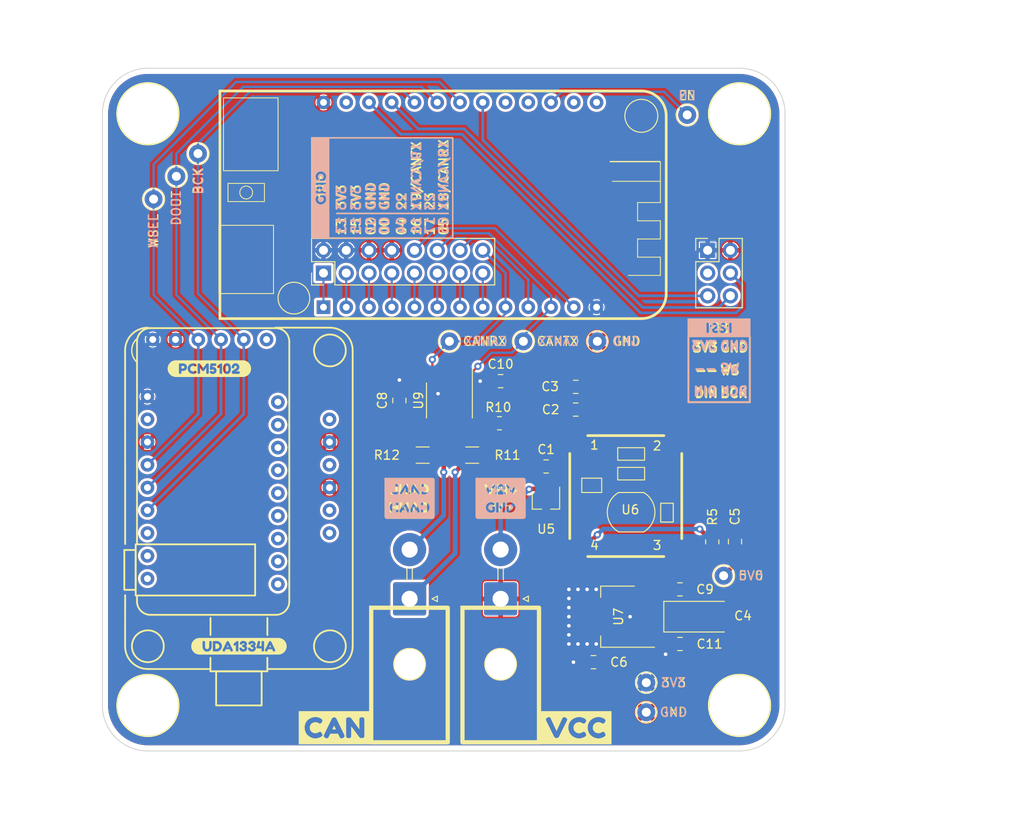
<source format=kicad_pcb>
(kicad_pcb (version 20211014) (generator pcbnew)
  (title_block (title "SAAB 93NG BLUETOOTH AUX") (date "2022-08-10") (rev "2") (company "Leigh Oliver"))
  (layers (0 "F.Cu" signal) (31 "B.Cu" signal) (34 "B.Paste" user) (35 "F.Paste" user) (36 "B.SilkS" user "B.Silkscreen") (37 "F.SilkS" user "F.Silkscreen") (38 "B.Mask" user) (39 "F.Mask" user) (44 "Edge.Cuts" user))
  (net 0 "")
  (net 1 "+3V3")
  (net 2 "GND")
  (net 3 "+5V")
  (net 4 "CAN_H")
  (net 5 "CAN_L")
  (net 6 "CAN_TX")
  (net 7 "CAN_RX")
  (net 8 "Net-(R5-Pad2)")
  (net 21 "+12V")
  (net 30 "I2S1_WSEL")
  (net 31 "I2S1_DIN")
  (net 32 "I2S1_BCK")
  (net 33 "I2S0_WSEL")
  (net 34 "I2S0_DOUT")
  (net 35 "I2S0_BCK")
  (net 36 "Net-(R10-Pad1)")
  (net 42 "/ESP32/EN")
  (net 43 "/ESP32/GPIO13")
  (net 44 "/ESP32/GPIO15")
  (net 45 "/ESP32/GPIO02")
  (net 46 "/ESP32/GPIO00")
  (net 47 "/ESP32/GPIO04")
  (net 48 "/ESP32/GPIO16")
  (net 49 "/ESP32/GPIO17")
  (net 50 "/ESP32/GPIO05")
  (net 51 "/ESP32/GPIO23")
  (net 52 "/ESP32/GPIO22")
  (footprint "Capacitor_SMD:C_0805_2012Metric" (layer "F.Cu") (at 211.074 161.163002 90)
    (fp_text reference "C5")
    (fp_text value "10uF")
  )
  (footprint "TestPoint:TestPoint_THTPad_D2.0mm_Drill1.0mm" (layer "F.Cu") (at 201.168 176.911002 180)
    (fp_text reference "TP9" hide)
    (fp_text value "3V3")
  )
  (footprint "TestPoint:TestPoint_THTPad_D2.0mm_Drill1.0mm" (layer "F.Cu") (at 201.168 180.213002)
    (fp_text reference "TP11" hide)
    (fp_text value "GND")
  )
  (footprint "Resistor_SMD:R_0805_2012Metric" (layer "F.Cu") (at 208.534 161.196002 90)
    (fp_text reference "R5")
    (fp_text value "10K")
  )
  (footprint "Resistor_SMD:R_0805_2012Metric" (layer "F.Cu") (at 184.785 147.955002)
    (fp_text reference "R10")
    (fp_text value "100K")
  )
  (footprint "Capacitor_SMD:C_0805_2012Metric" (layer "F.Cu") (at 184.912 143.256002)
    (fp_text reference "C10")
    (fp_text value "0.1uF")
  )
  (footprint "kibuzzard-62F392E4" (layer "F.Cu") (at 152.4 141.859002)
    (fp_text reference "kibuzzard-62F392E4" hide)
    (fp_text value "G***" hide)
  )
  (footprint "kicadlibrary:MountingHole_3.2mm_M3_BARE" (layer "F.Cu") (at 211.582 179.451002)
    (fp_text reference "H1")
    (fp_text value "MountingHole")
  )
  (footprint "kibuzzard-62F3934B" (layer "F.Cu") (at 155.702 172.847002)
    (fp_text reference "kibuzzard-62F3934B" hide)
    (fp_text value "G***" hide)
  )
  (footprint "kicadlibrary:VXO7805-500-M-TR" (layer "F.Cu") (at 198.882 156.083002)
    (fp_text reference "U6")
    (fp_text value "VXO7805-500-M-TR" hide)
  )
  (footprint "kicadlibrary:UDA1334_AudioBreakout" (layer "F.Cu") (at 168.3512 137.356602 -90)
    (fp_text reference "U4" hide)
    (fp_text value "UDA1334A")
  )
  (footprint "kicadlibrary:MountingHole_3.2mm_M3_BARE" (layer "F.Cu") (at 145.542 179.451002)
    (fp_text reference "H4")
    (fp_text value "MountingHole")
  )
  (footprint "TestPoint:TestPoint_THTPad_D2.0mm_Drill1.0mm" (layer "F.Cu") (at 151.13 117.856002 -90)
    (fp_text reference "TP6" hide)
    (fp_text value "BCK")
  )
  (footprint "TestPoint:TestPoint_THTPad_D2.0mm_Drill1.0mm" (layer "F.Cu") (at 195.707 138.811002 -90)
    (fp_text reference "TP10" hide)
    (fp_text value "GND")
  )
  (footprint "TestPoint:TestPoint_THTPad_D2.0mm_Drill1.0mm" (layer "F.Cu") (at 146.177 122.936002 -90)
    (fp_text reference "TP3" hide)
    (fp_text value "WSEL")
  )
  (footprint "Capacitor_Tantalum_SMD:CP_EIA-6032-20_AVX-F" (layer "F.Cu") (at 206.887504 169.545002)
    (fp_text reference "C4")
    (fp_text value "10uF")
  )
  (footprint "kibuzzard-632C4329" (layer "F.Cu") (at 184.912 157.353002)
    (fp_text reference "kibuzzard-632C4329" hide)
    (fp_text value "G***" hide)
  )
  (footprint "TestPoint:TestPoint_THTPad_D2.0mm_Drill1.0mm" (layer "F.Cu") (at 187.452 138.811002)
    (fp_text reference "TP4" hide)
    (fp_text value "CANTX")
  )
  (footprint "kibuzzard-632C431C" (layer "F.Cu") (at 174.752 155.321002)
    (fp_text reference "kibuzzard-632C431C" hide)
    (fp_text value "G***" hide)
  )
  (footprint "kibuzzard-632C4321" (layer "F.Cu") (at 174.752 157.353002)
    (fp_text reference "kibuzzard-632C4321" hide)
    (fp_text value "G***" hide)
  )
  (footprint "kibuzzard-632C5EB0" (layer "F.Cu") (at 193.294 181.940202)
    (fp_text reference "kibuzzard-632C5EB0" hide)
    (fp_text value "G***" hide)
  )
  (footprint "TestPoint:TestPoint_THTPad_D2.0mm_Drill1.0mm" (layer "F.Cu") (at 209.804 164.973002 180)
    (fp_text reference "TP8" hide)
    (fp_text value "5V0")
  )
  (footprint "Resistor_SMD:R_1206_3216Metric" (layer "F.Cu") (at 176.2105 151.511002 180)
    (fp_text reference "R12")
    (fp_text value "0R")
  )
  (footprint "kibuzzard-632C7032" (layer "F.Cu") (at 164.846 121.691402 90)
    (fp_text reference "kibuzzard-632C7032" hide)
    (fp_text value "G***" hide)
  )
  (footprint "kicadlibrary:MountingHole_3.2mm_M3_BARE" (layer "F.Cu") (at 145.542 113.411002)
    (fp_text reference "H3")
    (fp_text value "MountingHole")
  )
  (footprint "Capacitor_SMD:C_0805_2012Metric" (layer "F.Cu") (at 173.609 145.415002 -90)
    (fp_text reference "C8")
    (fp_text value "0.1uF")
  )
  (footprint "TestPoint:TestPoint_THTPad_D2.0mm_Drill1.0mm" (layer "F.Cu") (at 148.717 120.396002 -90)
    (fp_text reference "TP5" hide)
    (fp_text value "DOUT")
  )
  (footprint "Capacitor_SMD:C_0805_2012Metric" (layer "F.Cu") (at 193.294 143.891002 180)
    (fp_text reference "C3")
    (fp_text value "2.2uF")
  )
  (footprint "Package_SO:SOIC-8_3.9x4.9mm_P1.27mm" (layer "F.Cu") (at 179.197 145.415002 -90)
    (fp_text reference "U9")
    (fp_text value "SN65HVD230")
  )
  (footprint "Capacitor_SMD:C_0805_2012Metric" (layer "F.Cu") (at 189.992 152.781002 180)
    (fp_text reference "C1")
    (fp_text value "2.2uF")
  )
  (footprint "TestPoint:TestPoint_THTPad_D2.0mm_Drill1.0mm" (layer "F.Cu") (at 205.74 113.538002)
    (fp_text reference "TP2" hide)
    (fp_text value "EN")
  )
  (footprint "kibuzzard-632C5EA9" (layer "F.Cu") (at 166.37 181.940202)
    (fp_text reference "kibuzzard-632C5EA9" hide)
    (fp_text value "G***" hide)
  )
  (footprint "kicadlibrary:Molex_Mega-Fit_76825-0002_2x01_P5.70mm_Horizontal" (layer "F.Cu") (at 184.912 167.556002 180)
    (fp_text reference "J4" hide)
    (fp_text value "Conn_VCC")
  )
  (footprint "Capacitor_SMD:C_0805_2012Metric" (layer "F.Cu") (at 204.933004 172.593002)
    (fp_text reference "C11")
    (fp_text value "10uF")
  )
  (footprint "kicadlibrary:PCM5102_Breakout" (layer "F.Cu") (at 161.3227 137.338601 -90)
    (fp_text reference "U3" hide)
    (fp_text value "PCM5102_Breakout")
  )
  (footprint "kibuzzard-632C4325" (layer "F.Cu") (at 184.912 155.321002)
    (fp_text reference "kibuzzard-632C4325" hide)
    (fp_text value "G***" hide)
  )
  (footprint "kibuzzard-632C5E36" (layer "F.Cu") (at 209.296 137.299702)
    (fp_text reference "kibuzzard-632C5E36" hide)
    (fp_text value "G***" hide)
  )
  (footprint "TestPoint:TestPoint_THTPad_D2.0mm_Drill1.0mm" (layer "F.Cu") (at 179.197 138.811002)
    (fp_text reference "TP1" hide)
    (fp_text value "CANRX")
  )
  (footprint "kicadlibrary:MountingHole_3.2mm_M3_BARE" (layer "F.Cu") (at 211.582 113.411002)
    (fp_text reference "H2")
    (fp_text value "MountingHole")
  )
  (footprint "kicadlibrary:WEMOS_LoLin32_Lite" (layer "F.Cu") (at 165.1399 135.001002 -90)
    (fp_text reference "U2" hide)
    (fp_text value "WeMos_LoLin32_Lite")
  )
  (footprint "Capacitor_SMD:C_0805_2012Metric" (layer "F.Cu") (at 195.281004 174.625002)
    (fp_text reference "C6")
    (fp_text value "0.1uF")
  )
  (footprint "Package_TO_SOT_SMD:SOT-223-3_TabPin2" (layer "F.Cu") (at 197.993004 169.545002 180)
    (fp_text reference "U7")
    (fp_text value "NCP1117LPST33T3G")
  )
  (footprint "Connector_PinHeader_2.54mm:PinHeader_2x03_P2.54mm_Vertical" (layer "F.Cu") (at 208.021 128.651002)
    (fp_text reference "J2" hide)
    (fp_text value "I2S_MIC")
  )
  (footprint "Package_TO_SOT_SMD:TSOT-23" (layer "F.Cu") (at 189.992 156.591002 -90)
    (fp_text reference "U5")
    (fp_text value "SZMMBZ15VALT3G")
  )
  (footprint "Capacitor_SMD:C_0805_2012Metric" (layer "F.Cu") (at 193.294 146.431002 180)
    (fp_text reference "C2")
    (fp_text value "2.2uF")
  )
  (footprint "Resistor_SMD:R_1206_3216Metric" (layer "F.Cu") (at 181.737 151.511002)
    (fp_text reference "R11")
    (fp_text value "4.7K")
  )
  (footprint "Capacitor_SMD:C_0805_2012Metric" (layer "F.Cu") (at 204.933004 166.497002)
    (fp_text reference "C9")
    (fp_text value "10uF")
  )
  (footprint "Connector_PinHeader_2.54mm:PinHeader_2x08_P2.54mm_Vertical" (layer "F.Cu") (at 165.1399 131.191002 90)
    (fp_text reference "J1" hide)
    (fp_text value "Conn_02x08")
  )
  (footprint "kicadlibrary:Molex_Mega-Fit_76825-0002_2x01_P5.70mm_Horizontal" (layer "F.Cu") (at 174.752 167.556002 180)
    (fp_text reference "J5" hide)
    (fp_text value "Conn_CAN_IBUS")
  )
  (footprint "kibuzzard-632C4321" (layer "B.Cu") (at 174.752 157.353002 180)
    (fp_text reference "kibuzzard-632C4321" hide)
    (fp_text value "G***" hide)
  )
  (footprint "kibuzzard-632C431C" (layer "B.Cu") (at 174.752 155.321002 180)
    (fp_text reference "kibuzzard-632C431C" hide)
    (fp_text value "G***" hide)
  )
  (footprint "kibuzzard-632C4329" (layer "B.Cu") (at 184.912 157.353002 180)
    (fp_text reference "kibuzzard-632C4329" hide)
    (fp_text value "G***" hide)
  )
  (footprint "kibuzzard-632C7032" (layer "B.Cu") (at 164.846 121.691402 -90)
    (fp_text reference "kibuzzard-632C7032" hide)
    (fp_text value "G***" hide)
  )
  (footprint "kibuzzard-632C4325" (layer "B.Cu") (at 184.912 155.321002 180)
    (fp_text reference "kibuzzard-632C4325" hide)
    (fp_text value "G***" hide)
  )
  (footprint "kibuzzard-632C5E36" (layer "B.Cu") (at 209.296 137.299702 180)
    (fp_text reference "kibuzzard-632C5E36" hide)
    (fp_text value "G***" hide)
  )
  (gr_line (start 212.725 136.334502) (end 212.725 138.239502) (layer "B.SilkS") (width 0.15))
  (gr_line (start 187.198 154.559002) (end 187.198 158.115002) (layer "B.SilkS") (width 0.3))
  (gr_line (start 182.372 156.337002) (end 187.452 156.337002) (layer "B.SilkS") (width 0.3))
  (gr_line (start 182.753 154.559002) (end 182.753 158.115002) (layer "B.SilkS") (width 0.3))
  (gr_rect (start 172.212 158.369002) (end 177.292 154.305002) (layer "B.SilkS") (width 0.5) (fill none))
  (gr_rect (start 182.372 158.369002) (end 187.452 154.305002) (layer "B.SilkS") (width 0.5) (fill none))
  (gr_line (start 205.867 138.239502) (end 205.867 136.334502) (layer "B.SilkS") (width 0.15))
  (gr_line (start 172.212 156.337002) (end 177.292 156.337002) (layer "B.SilkS") (width 0.3))
  (gr_line (start 205.867 136.334502) (end 212.725 136.334502) (layer "B.SilkS") (width 0.15))
  (gr_rect (start 179.578 127.279402) (end 163.83 116.103402) (layer "B.SilkS") (width 0.15) (fill none))
  (gr_rect (start 205.867 145.605502) (end 212.725 138.239502) (layer "B.SilkS") (width 0.2) (fill none))
  (gr_line (start 179.07 124.536202) (end 166.624 124.536202) (layer "B.SilkS") (width 0.15))
  (gr_arc (start 168.397 172.847002) (mid 167.653051 174.643053) (end 165.857 175.387002) (layer "F.SilkS") (width 0.2))
  (gr_line (start 182.372 156.337002) (end 187.452 156.337002) (layer "F.SilkS") (width 0.3))
  (gr_circle (center 145.537 172.847002) (end 143.759 172.847002) (layer "F.SilkS") (width 0.2) (fill none))
  (gr_line (start 205.867 138.239502) (end 205.867 136.334502) (layer "F.SilkS") (width 0.15))
  (gr_line (start 158.872 171.594003) (end 158.877 169.689003) (layer "F.SilkS") (width 0.2))
  (gr_line (start 205.867 136.334502) (end 212.725 136.334502) (layer "F.SilkS") (width 0.15))
  (gr_line (start 165.857 175.387002) (end 158.872 175.387002) (layer "F.SilkS") (width 0.2))
  (gr_circle (center 165.857 172.847002) (end 164.079 172.847002) (layer "F.SilkS") (width 0.2) (fill none))
  (gr_circle (center 165.857 139.827002) (end 164.079 139.827002) (layer "F.SilkS") (width 0.2) (fill none))
  (gr_line (start 152.527 171.594003) (end 152.527 169.689003) (layer "F.SilkS") (width 0.2))
  (gr_line (start 152.522 175.641002) (end 152.522 174.134003) (layer "F.SilkS") (width 0.2))
  (gr_rect (start 205.867 138.239502) (end 212.725 145.605502) (layer "F.SilkS") (width 0.2) (fill none))
  (gr_rect (start 172.212 154.305002) (end 177.292 158.369002) (layer "F.SilkS") (width 0.5) (fill none))
  (gr_line (start 182.626 158.115002) (end 182.626 154.559002) (layer "F.SilkS") (width 0.3))
  (gr_line (start 158.872 175.641002) (end 158.872 174.134003) (layer "F.SilkS") (width 0.2))
  (gr_line (start 143.002 158.640003) (end 143.002 161.434003) (layer "F.SilkS") (width 0.2))
  (gr_line (start 168.397 139.827002) (end 168.402 156.100003) (layer "F.SilkS") (width 0.2))
  (gr_line (start 168.402 156.100003) (end 168.402 172.847002) (layer "F.SilkS") (width 0.2))
  (gr_rect (start 163.83 127.279402) (end 179.578 116.103402) (layer "F.SilkS") (width 0.15) (fill none))
  (gr_line (start 187.071 158.115002) (end 187.071 154.559002) (layer "F.SilkS") (width 0.3))
  (gr_arc (start 165.857 137.287002) (mid 167.653051 138.030951) (end 168.397 139.827002) (layer "F.SilkS") (width 0.2))
  (gr_arc (start 144.267 141.097002) (mid 143.742117 139.827002) (end 144.267 138.557002) (layer "F.SilkS") (width 0.15))
  (gr_arc (start 142.997 139.827002) (mid 143.740948 138.03095) (end 145.537 137.287002) (layer "F.SilkS") (width 0.2))
  (gr_line (start 212.725 136.334502) (end 212.725 138.239502) (layer "F.SilkS") (width 0.15))
  (gr_arc (start 145.537 175.387002) (mid 143.740948 174.643054) (end 142.997 172.847002) (layer "F.SilkS") (width 0.2))
  (gr_line (start 172.212 156.337002) (end 177.292 156.337002) (layer "F.SilkS") (width 0.3))
  (gr_rect (start 182.372 154.305002) (end 187.452 158.369002) (layer "F.SilkS") (width 0.5) (fill none))
  (gr_rect (start 158.237 179.451002) (end 153.157 175.641002) (layer "F.SilkS") (width 0.2) (fill none))
  (gr_rect (start 180.654 183.566002) (end 189.197 168.546002) (layer "F.SilkS") (width 0.475) (fill none))
  (gr_line (start 145.537 175.387002) (end 152.522 175.387002) (layer "F.SilkS") (width 0.2))
  (gr_line (start 158.872 175.641002) (end 152.522 175.641002) (layer "F.SilkS") (width 0.2))
  (gr_line (start 142.997 139.827002) (end 143.002 158.640003) (layer "F.SilkS") (width 0.2))
  (gr_line (start 165.857 137.287002) (end 159.785 137.287002) (layer "F.SilkS") (width 0.2))
  (gr_rect (start 170.467 183.566002) (end 179.01 168.546002) (layer "F.SilkS") (width 0.475) (fill none))
  (gr_line (start 142.997 172.847002) (end 143.002 167.149003) (layer "F.SilkS") (width 0.2))
  (gr_line (start 166.624 124.536202) (end 179.07 124.536202) (layer "F.SilkS") (width 0.15))
  (gr_arc (start 140.462 113.411002) (mid 141.949898 109.8189) (end 145.542 108.331002) (layer "Edge.Cuts") (width 0.1))
  (gr_line (start 211.582 184.531002) (end 145.542 184.531002) (layer "Edge.Cuts") (width 0.1))
  (gr_line (start 216.662 113.411002) (end 216.662 179.451002) (layer "Edge.Cuts") (width 0.1))
  (gr_arc (start 211.582 108.331002) (mid 215.174102 109.8189) (end 216.662 113.411002) (layer "Edge.Cuts") (width 0.1))
  (gr_line (start 140.462 179.451002) (end 140.462 113.411002) (layer "Edge.Cuts") (width 0.1))
  (gr_line (start 145.542 108.331002) (end 211.582 108.331002) (layer "Edge.Cuts") (width 0.1))
  (gr_arc (start 145.542 184.531002) (mid 141.949898 183.043104) (end 140.462 179.451002) (layer "Edge.Cuts") (width 0.1))
  (gr_arc (start 216.662 179.451002) (mid 215.174102 183.043104) (end 211.582 184.531002) (layer "Edge.Cuts") (width 0.1))
  (gr_text "3V3" (at 209.169 139.319002) (layer "B.SilkS") (effects (font (size 1 1) (thickness 0.25)) (justify left mirror)))
  (gr_text "13" (at 167.132 125.857002 90) (layer "B.SilkS") (effects (font (size 1 1) (thickness 0.2)) (justify mirror)))
  (gr_text "CANRX" (at 183.261 138.811002) (layer "B.SilkS") (effects (font (size 1 1)) (justify mirror)))
  (gr_text "5V0" (at 212.852 164.973002) (layer "B.SilkS") (effects (font (size 1 1)) (justify mirror)))
  (gr_text "3V3" (at 204.216 176.911002) (layer "B.SilkS") (effects (font (size 1 1)) (justify mirror)))
  (gr_text "3V3" (at 168.783 124.333002 90) (layer "B.SilkS") (effects (font (size 1 1) (thickness 0.2)) (justify right mirror)))
  (gr_text "BCK" (at 209.296 144.399002) (layer "B.SilkS") (effects (font (size 1 1) (thickness 0.25)) (justify right mirror)))
  (gr_text "3V3" (at 167.132 124.333002 90) (layer "B.SilkS") (effects (font (size 1 1) (thickness 0.2)) (justify right mirror)))
  (gr_text "18/CANRX" (at 178.562 124.333002 90) (layer "B.SilkS") (effects (font (size 1 1) (thickness 0.2)) (justify right mirror)))
  (gr_text "17" (at 177.038 125.857002 90) (layer "B.SilkS") (effects (font (size 1 1) (thickness 0.2)) (justify mirror)))
  (gr_text "--" (at 209.169 141.859002) (layer "B.SilkS") (effects (font (size 1 1) (thickness 0.25)) (justify left mirror)))
  (gr_text "GND" (at 171.958 124.333002 90) (layer "B.SilkS") (effects (font (size 1 1) (thickness 0.2)) (justify right mirror)))
  (gr_text "GND" (at 209.296 139.319002) (layer "B.SilkS") (effects (font (size 1 1) (thickness 0.25)) (justify right mirror)))
  (gr_text "GND" (at 204.216 180.213002) (layer "B.SilkS") (effects (font (size 1 1)) (justify mirror)))
  (gr_text "00" (at 171.958 125.857002 90) (layer "B.SilkS") (effects (font (size 1 1) (thickness 0.2)) (justify mirror)))
  (gr_text "22" (at 173.863 124.333002 90) (layer "B.SilkS") (effects (font (size 1 1) (thickness 0.2)) (justify right mirror)))
  (gr_text "05" (at 178.562 125.857002 90) (layer "B.SilkS") (effects (font (size 1 1) (thickness 0.2)) (justify mirror)))
  (gr_text "23" (at 177.038 124.333002 90) (layer "B.SilkS") (effects (font (size 1 1) (thickness 0.2)) (justify right mirror)))
  (gr_text "02" (at 170.434 125.857002 90) (layer "B.SilkS") (effects (font (size 1 1) (thickness 0.2)) (justify mirror)))
  (gr_text "DIN" (at 209.169 144.399002) (layer "B.SilkS") (effects (font (size 1 1) (thickness 0.25)) (justify left mirror)))
  (gr_text "15" (at 168.783 125.857002 90) (layer "B.SilkS") (effects (font (size 1 1) (thickness 0.2)) (justify mirror)))
  (gr_text "04" (at 173.863 125.857002 90) (layer "B.SilkS") (effects (font (size 1 1) (thickness 0.2)) (justify mirror)))
  (gr_text "BCK" (at 151.13 120.904002 -90) (layer "B.SilkS") (effects (font (size 1 1)) (justify mirror)))
  (gr_text "CANTX" (at 191.389 138.811002) (layer "B.SilkS") (effects (font (size 1 1)) (justify mirror)))
  (gr_text "DOUT" (at 148.59 123.952002 -90) (layer "B.SilkS") (effects (font (size 1 1)) (justify mirror)))
  (gr_text "19/CANTX" (at 175.514 124.333002 90) (layer "B.SilkS") (effects (font (size 1 1) (thickness 0.2)) (justify right mirror)))
  (gr_text "GND" (at 170.434 124.333002 90) (layer "B.SilkS") (effects (font (size 1 1) (thickness 0.2)) (justify right mirror)))
  (gr_text "EN" (at 205.74 111.379002) (layer "B.SilkS") (effects (font (size 1 1)) (justify mirror)))
  (gr_text "WSEL" (at 146.05 126.492002 -90) (layer "B.SilkS") (effects (font (size 1 1)) (justify mirror)))
  (gr_text "WS" (at 209.296 141.859002) (layer "B.SilkS") (effects (font (size 1 1) (thickness 0.25)) (justify right mirror)))
  (gr_text "16" (at 175.514 125.857002 90) (layer "B.SilkS") (effects (font (size 1 1) (thickness 0.2)) (justify mirror)))
  (gr_text "GND" (at 198.882 138.811002) (layer "B.SilkS") (effects (font (size 1 1)) (justify mirror)))
  (gr_text "--" (at 209.296 142.049502) (layer "F.SilkS") (effects (font (size 1 1) (thickness 0.25)) (justify right)))
  (gr_text "22" (at 173.863 124.231402 90) (layer "F.SilkS") (effects (font (size 1 1) (thickness 0.2)) (justify left)))
  (gr_text "GND" (at 209.296 139.509502) (layer "F.SilkS") (effects (font (size 1 1) (thickness 0.25)) (justify left)))
  (gr_text "05" (at 178.562 126.009402 90) (layer "F.SilkS") (effects (font (size 1 1) (thickness 0.2))))
  (gr_text "GND" (at 170.434 124.231402 90) (layer "F.SilkS") (effects (font (size 1 1) (thickness 0.2)) (justify left)))
  (gr_text "04" (at 173.863 126.009402 90) (layer "F.SilkS") (effects (font (size 1 1) (thickness 0.2))))
  (gr_text "BCK" (at 209.296 144.589502) (layer "F.SilkS") (effects (font (size 1 1) (thickness 0.25)) (justify left)))
  (gr_text "18/CANRX" (at 178.562 124.231402 90) (layer "F.SilkS") (effects (font (size 1 1) (thickness 0.2)) (justify left)))
  (gr_text "15" (at 168.783 126.009402 90) (layer "F.SilkS") (effects (font (size 1 1) (thickness 0.2))))
  (gr_text "3V3" (at 168.783 124.231402 90) (layer "F.SilkS") (effects (font (size 1 1) (thickness 0.2)) (justify left)))
  (gr_text "GND" (at 171.958 124.231402 90) (layer "F.SilkS") (effects (font (size 1 1) (thickness 0.2)) (justify left)))
  (gr_text "13" (at 167.132 126.009402 90) (layer "F.SilkS") (effects (font (size 1 1) (thickness 0.2))))
  (gr_text "WS" (at 209.296 142.049502) (layer "F.SilkS") (effects (font (size 1 1) (thickness 0.25)) (justify left)))
  (gr_text "02" (at 170.434 126.009402 90) (layer "F.SilkS") (effects (font (size 1 1) (thickness 0.2))))
  (gr_text "16" (at 175.514 126.009402 90) (layer "F.SilkS") (effects (font (size 1 1) (thickness 0.2))))
  (gr_text "3V3" (at 167.132 124.231402 90) (layer "F.SilkS") (effects (font (size 1 1) (thickness 0.2)) (justify left)))
  (gr_text "17" (at 177.038 126.009402 90) (layer "F.SilkS") (effects (font (size 1 1) (thickness 0.2))))
  (gr_text "00" (at 171.958 126.009402 90) (layer "F.SilkS") (effects (font (size 1 1) (thickness 0.2))))
  (gr_text "19/CANTX" (at 175.514 124.231402 90) (layer "F.SilkS") (effects (font (size 1 1) (thickness 0.2)) (justify left)))
  (gr_text "23" (at 177.038 124.231402 90) (layer "F.SilkS") (effects (font (size 1 1) (thickness 0.2)) (justify left)))
  (gr_text "3V3" (at 209.296 139.509502) (layer "F.SilkS") (effects (font (size 1 1) (thickness 0.25)) (justify right)))
  (gr_text "DIN" (at 209.296 144.589502) (layer "F.SilkS") (effects (font (size 1 1) (thickness 0.25)) (justify right)))
  (segment (start 199.363978 169.545002) (end 201.143004 169.545002) (width 0.5) (layer "F.Cu") (net 1))
  (segment (start 173.609 143.129002) (end 173.609 144.465002) (width 0.5) (layer "F.Cu") (net 1))
  (segment (start 203.327 173.736002) (end 203.983004 173.079998) (width 0.5) (layer "F.Cu") (net 1))
  (segment (start 203.983004 173.079998) (end 203.983004 172.593002) (width 0.5) (layer "F.Cu") (net 1))
  (segment (start 194.331004 174.625002) (end 193.04 174.625002) (width 0.25) (layer "F.Cu") (net 1))
  (segment (start 183.962 143.256002) (end 182.626 143.256002) (width 0.25) (layer "F.Cu") (net 1))
  (segment (start 199.363222 169.545758) (end 199.363978 169.545002) (width 0.5) (layer "F.Cu") (net 1))
  (segment (start 178.562 144.018002) (end 178.562 142.940002) (width 0.25) (layer "F.Cu") (net 1))
  (segment (start 177.927 144.653002) (end 178.562 144.018002) (width 0.25) (layer "F.Cu") (net 1))
  (via (at 192.532 171.577002) (size 0.8) (drill 0.4) (layers "F.Cu" "B.Cu") (net 1))
  (via (at 192.532 168.529002) (size 0.8) (drill 0.4) (layers "F.Cu" "B.Cu") (net 1))
  (via (at 192.532 170.561002) (size 0.8) (drill 0.4) (layers "F.Cu" "B.Cu") (net 1))
  (via (at 182.626 143.256002) (size 0.8) (drill 0.4) (layers "F.Cu" "B.Cu") (net 1))
  (via (at 192.532 172.593002) (size 0.8) (drill 0.4) (layers "F.Cu" "B.Cu") (net 1))
  (via (at 193.548 166.497002) (size 0.8) (drill 0.4) (layers "F.Cu" "B.Cu") (net 1))
  (via (at 194.564 166.497002) (size 0.8) (drill 0.4) (layers "F.Cu" "B.Cu") (net 1))
  (via (at 195.58 172.593002) (size 0.8) (drill 0.4) (layers "F.Cu" "B.Cu") (net 1))
  (via (at 193.04 174.625002) (size 0.8) (drill 0.4) (layers "F.Cu" "B.Cu") (net 1))
  (via (at 192.532 169.545002) (size 0.8) (drill 0.4) (layers "F.Cu" "B.Cu") (net 1))
  (via (at 192.532 166.497002) (size 0.8) (drill 0.4) (layers "F.Cu" "B.Cu") (net 1))
  (via (at 173.609 143.129002) (size 0.8) (drill 0.4) (layers "F.Cu" "B.Cu") (net 1))
  (via (at 195.58 166.497002) (size 0.8) (drill 0.4) (layers "F.Cu" "B.Cu") (net 1))
  (via (at 177.927 144.653002) (size 0.8) (drill 0.4) (layers "F.Cu" "B.Cu") (net 1))
  (via (at 194.564 172.593002) (size 0.8) (drill 0.4) (layers "F.Cu" "B.Cu") (net 1))
  (via (at 193.548 172.593002) (size 0.8) (drill 0.4) (layers "F.Cu" "B.Cu") (net 1))
  (via (at 192.532 167.513002) (size 0.8) (drill 0.4) (layers "F.Cu" "B.Cu") (net 1))
  (via (at 203.327 173.736002) (size 0.8) (drill 0.4) (layers "F.Cu" "B.Cu") (net 1))
  (via (at 199.363222 169.545758) (size 0.8) (drill 0.4) (layers "F.Cu" "B.Cu") (net 1))
  (segment (start 203.983004 162.481998) (end 204.382 162.083002) (width 0.5) (layer "F.Cu") (net 3))
  (segment (start 203.983004 169.103002) (end 204.425004 169.545002) (width 0.5) (layer "F.Cu") (net 3))
  (segment (start 211.074 163.703002) (end 209.804 164.973002) (width 0.5) (layer "F.Cu") (net 3))
  (segment (start 204.382 162.083002) (end 208.5085 162.083002) (width 0.5) (layer "F.Cu") (net 3))
  (segment (start 203.235004 167.245002) (end 203.983004 166.497002) (width 0.5) (layer "F.Cu") (net 3))
  (segment (start 211.074 162.113002) (end 211.074 163.703002) (width 0.5) (layer "F.Cu") (net 3))
  (segment (start 203.983004 166.497002) (end 203.983004 162.481998) (width 0.5) (layer "F.Cu") (net 3))
  (segment (start 208.534 162.108502) (end 211.0695 162.108502) (width 0.5) (layer "F.Cu") (net 3))
  (segment (start 208.5085 162.083002) (end 208.534 162.108502) (width 0.5) (layer "F.Cu") (net 3))
  (segment (start 203.983004 166.497002) (end 203.983004 169.103002) (width 0.5) (layer "F.Cu") (net 3))
  (segment (start 201.143004 167.245002) (end 203.235004 167.245002) (width 0.5) (layer "F.Cu") (net 3))
  (segment (start 211.0695 162.108502) (end 211.074 162.113002) (width 0.5) (layer "F.Cu") (net 3))
  (segment (start 179.832 147.890002) (end 179.832 151.068502) (width 0.5) (layer "F.Cu") (net 4))
  (segment (start 180.2745 151.511002) (end 180.2745 152.973502) (width 0.5) (layer "F.Cu") (net 4))
  (segment (start 179.832 151.068502) (end 180.2745 151.511002) (width 0.5) (layer "F.Cu") (net 4))
  (segment (start 180.2745 152.973502) (end 179.832 153.416002) (width 0.5) (layer "F.Cu") (net 4))
  (via (at 179.832 153.416002) (size 0.8) (drill 0.4) (layers "F.Cu" "B.Cu") (net 4))
  (segment (start 179.832 153.416002) (end 179.832 162.476002) (width 0.5) (layer "B.Cu") (net 4))
  (segment (start 179.832 162.476002) (end 174.752 167.556002) (width 0.5) (layer "B.Cu") (net 4))
  (segment (start 177.673 151.511002) (end 178.562 152.400002) (width 0.5) (layer "F.Cu") (net 5))
  (segment (start 178.562 147.890002) (end 178.562 150.622002) (width 0.5) (layer "F.Cu") (net 5))
  (segment (start 178.562 150.622002) (end 177.673 151.511002) (width 0.5) (layer "F.Cu") (net 5))
  (segment (start 178.562 152.400002) (end 178.562 153.416002) (width 0.5) (layer "F.Cu") (net 5))
  (via (at 178.562 153.416002) (size 0.8) (drill 0.4) (layers "F.Cu" "B.Cu") (net 5))
  (segment (start 178.562 158.246002) (end 174.752 162.056002) (width 0.5) (layer "B.Cu") (net 5))
  (segment (start 178.562 153.416002) (end 178.562 158.246002) (width 0.5) (layer "B.Cu") (net 5))
  (segment (start 181.102 142.875002) (end 181.102 142.940002) (width 0.25) (layer "F.Cu") (net 6))
  (segment (start 182.372 141.605002) (end 181.102 142.875002) (width 0.25) (layer "F.Cu") (net 6))
  (via (at 182.372 141.605002) (size 0.8) (drill 0.4) (layers "F.Cu" "B.Cu") (net 6))
  (segment (start 190.5399 135.001002) (end 190.5399 133.691432) (width 0.25) (layer "B.Cu") (net 6))
  (segment (start 183.896 140.081002) (end 186.182 140.081002) (width 0.25) (layer "B.Cu") (net 6))
  (segment (start 179.7449 126.746002) (end 177.8399 128.651002) (width 0.25) (layer "B.Cu") (net 6))
  (segment (start 187.452 138.176002) (end 190.5399 135.088102) (width 0.25) (layer "B.Cu") (net 6))
  (segment (start 190.5399 135.088102) (end 190.5399 135.001002) (width 0.25) (layer "B.Cu") (net 6))
  (segment (start 190.5399 133.691432) (end 183.59447 126.746002) (width 0.25) (layer "B.Cu") (net 6))
  (segment (start 187.452 138.811002) (end 187.452 138.176002) (width 0.25) (layer "B.Cu") (net 6))
  (segment (start 183.59447 126.746002) (end 179.7449 126.746002) (width 0.25) (layer "B.Cu") (net 6))
  (segment (start 182.372 141.605002) (end 183.896 140.081002) (width 0.25) (layer "B.Cu") (net 6))
  (segment (start 186.182 140.081002) (end 187.452 138.811002) (width 0.25) (layer "B.Cu") (net 6))
  (segment (start 177.292 140.843002) (end 177.292 142.940002) (width 0.25) (layer "F.Cu") (net 7))
  (via (at 177.292 140.843002) (size 0.8) (drill 0.4) (layers "F.Cu" "B.Cu") (net 7))
  (segment (start 179.197 138.811002) (end 182.372 138.811002) (width 0.25) (layer "B.Cu") (net 7))
  (segment (start 177.292 140.843002) (end 177.292 140.716002) (width 0.25) (layer "B.Cu") (net 7))
  (segment (start 185.4599 135.723102) (end 185.4599 135.001002) (width 0.25) (layer "B.Cu") (net 7))
  (segment (start 185.4599 135.001002) (end 185.4599 131.191002) (width 0.25) (layer "B.Cu") (net 7))
  (segment (start 177.292 140.716002) (end 179.197 138.811002) (width 0.25) (layer "B.Cu") (net 7))
  (segment (start 182.372 138.811002) (end 185.4599 135.723102) (width 0.25) (layer "B.Cu") (net 7))
  (segment (start 185.4599 131.191002) (end 182.9199 128.651002) (width 0.25) (layer "B.Cu") (net 7))
  (segment (start 193.382 162.083002) (end 194.025 162.083002) (width 0.5) (layer "F.Cu") (net 8))
  (segment (start 194.025 162.083002) (end 195.707 160.401002) (width 0.5) (layer "F.Cu") (net 8))
  (segment (start 208.534 160.283502) (end 207.6545 160.283502) (width 0.5) (layer "F.Cu") (net 8))
  (segment (start 207.6545 160.283502) (end 207.137 159.766002) (width 0.5) (layer "F.Cu") (net 8))
  (via (at 195.707 160.401002) (size 0.8) (drill 0.4) (layers "F.Cu" "B.Cu") (net 8))
  (via (at 207.137 159.766002) (size 0.8) (drill 0.4) (layers "F.Cu" "B.Cu") (net 8))
  (segment (start 207.137 159.766002) (end 196.342 159.766002) (width 0.5) (layer "B.Cu") (net 8))
  (segment (start 196.342 159.766002) (end 195.707 160.401002) (width 0.5) (layer "B.Cu") (net 8))
  (segment (start 193.382 150.661002) (end 193.382 150.083002) (width 0.5) (layer "F.Cu") (net 21))
  (segment (start 193.382 150.083002) (end 194.244 149.221002) (width 0.5) (layer "F.Cu") (net 21))
  (segment (start 194.244 143.891002) (end 194.244 146.431002) (width 0.5) (layer "F.Cu") (net 21))
  (segment (start 190.942 155.281002) (end 190.942 153.101002) (width 0.5) (layer "F.Cu") (net 21))
  (segment (start 190.942 153.101002) (end 193.382 150.661002) (width 0.5) (layer "F.Cu") (net 21))
  (segment (start 194.244 149.221002) (end 194.244 146.431002) (width 0.5) (layer "F.Cu") (net 21))
  (segment (start 189.042 155.281002) (end 190.942 155.281002) (width 0.5) (layer "F.Cu") (net 21))
  (segment (start 189.042 155.281002) (end 188.127 155.281002) (width 0.5) (layer "F.Cu") (net 21))
  (segment (start 188.127 155.281002) (end 188.087 155.321002) (width 0.5) (layer "F.Cu") (net 21))
  (via (at 188.087 155.321002) (size 0.8) (drill 0.4) (layers "F.Cu" "B.Cu") (net 21))
  (segment (start 184.912 162.056002) (end 184.912 158.496002) (width 0.5) (layer "B.Cu") (net 21))
  (segment (start 184.912 158.496002) (end 188.087 155.321002) (width 0.5) (layer "B.Cu") (net 21))
  (segment (start 211.860511 132.490513) (end 211.860511 134.976491) (width 0.3) (layer "B.Cu") (net 30))
  (segment (start 210.561 131.191002) (end 211.860511 132.490513) (width 0.3) (layer "B.Cu") (net 30))
  (segment (start 180.594 115.697002) (end 173.7759 115.697002) (width 0.3) (layer "B.Cu") (net 30))
  (segment (start 173.7759 115.697002) (end 170.2199 112.141002) (width 0.3) (layer "B.Cu") (net 30))
  (segment (start 211.206969 135.630033) (end 200.527031 135.630033) (width 0.3) (layer "B.Cu") (net 30))
  (segment (start 211.860511 134.976491) (end 211.206969 135.630033) (width 0.3) (layer "B.Cu") (net 30))
  (segment (start 200.527031 135.630033) (end 180.594 115.697002) (width 0.3) (layer "B.Cu") (net 30))
  (segment (start 182.9199 116.327202) (end 182.9199 112.141002) (width 0.3) (layer "B.Cu") (net 31))
  (segment (start 200.3237 133.731002) (end 182.9199 116.327202) (width 0.3) (layer "B.Cu") (net 31))
  (segment (start 208.021 133.731002) (end 200.3237 133.731002) (width 0.3) (layer "B.Cu") (net 31))
  (segment (start 180.842329 115.097482) (end 175.71638 115.097482) (width 0.3) (layer "B.Cu") (net 32))
  (segment (start 210.561 133.731002) (end 209.261489 135.030513) (width 0.3) (layer "B.Cu") (net 32))
  (segment (start 209.261489 135.030513) (end 200.775361 135.030513) (width 0.3) (layer "B.Cu") (net 32))
  (segment (start 200.775361 135.030513) (end 180.842329 115.097482) (width 0.3) (layer "B.Cu") (net 32))
  (segment (start 175.71638 115.097482) (end 172.7599 112.141002) (width 0.3) (layer "B.Cu") (net 32))
  (segment (start 146.177 122.936002) (end 146.177 133.622901) (width 0.25) (layer "B.Cu") (net 33))
  (segment (start 155.384049 109.855453) (end 146.177 119.062502) (width 0.25) (layer "B.Cu") (net 33))
  (segment (start 151.1627 146.925102) (end 145.4912 152.596602) (width 0.3) (layer "B.Cu") (net 33))
  (segment (start 180.3799 112.141002) (end 178.094351 109.855453) (width 0.25) (layer "B.Cu") (net 33))
  (segment (start 146.177 119.062502) (end 146.177 122.936002) (width 0.25) (layer "B.Cu") (net 33))
  (segment (start 151.1627 138.608601) (end 151.1627 146.925102) (width 0.3) (layer "B.Cu") (net 33))
  (segment (start 146.177 133.622901) (end 151.1627 138.608601) (width 0.25) (layer "B.Cu") (net 33))
  (segment (start 178.094351 109.855453) (end 155.384049 109.855453) (width 0.25) (layer "B.Cu") (net 33))
  (segment (start 148.717 120.396002) (end 148.717 133.622901) (width 0.25) (layer "B.Cu") (net 34))
  (segment (start 177.8399 112.141002) (end 176.10387 110.404972) (width 0.25) (layer "B.Cu") (net 34))
  (segment (start 148.717 117.856002) (end 148.717 120.396002) (width 0.25) (layer "B.Cu") (net 34))
  (segment (start 156.16803 110.404972) (end 148.717 117.856002) (width 0.25) (layer "B.Cu") (net 34))
  (segment (start 148.717 133.622901) (end 153.7027 138.608601) (width 0.25) (layer "B.Cu") (net 34))
  (segment (start 153.7027 146.925102) (end 145.4912 155.136602) (width 0.3) (layer "B.Cu") (net 34))
  (segment (start 176.10387 110.404972) (end 156.16803 110.404972) (width 0.25) (layer "B.Cu") (net 34))
  (segment (start 153.7027 138.608601) (end 153.7027 146.925102) (width 0.3) (layer "B.Cu") (net 34))
  (segment (start 174.113389 110.954491) (end 156.888511 110.954491) (width 0.25) (layer "B.Cu") (net 35))
  (segment (start 151.13 133.495901) (end 156.2427 138.608601) (width 0.25) (layer "B.Cu") (net 35))
  (segment (start 156.2427 138.608601) (end 156.2427 146.925102) (width 0.3) (layer "B.Cu") (net 35))
  (segment (start 151.13 117.856002) (end 151.13 133.495901) (width 0.25) (layer "B.Cu") (net 35))
  (segment (start 175.2999 112.141002) (end 174.113389 110.954491) (width 0.25) (layer "B.Cu") (net 35))
  (segment (start 156.2427 146.925102) (end 145.4912 157.676602) (width 0.3) (layer "B.Cu") (net 35))
  (segment (start 151.13 116.713002) (end 151.13 117.856002) (width 0.25) (layer "B.Cu") (net 35))
  (segment (start 156.888511 110.954491) (end 151.13 116.713002) (width 0.25) (layer "B.Cu") (net 35))
  (segment (start 181.167 147.955002) (end 181.102 147.890002) (width 0.25) (layer "F.Cu") (net 36))
  (segment (start 183.8725 147.955002) (end 181.167 147.955002) (width 0.25) (layer "F.Cu") (net 36))
  (segment (start 190.5399 112.141002) (end 191.726411 110.954491) (width 0.25) (layer "B.Cu") (net 42))
  (segment (start 191.726411 110.954491) (end 203.156489 110.954491) (width 0.25) (layer "B.Cu") (net 42))
  (segment (start 203.156489 110.954491) (end 205.74 113.538002) (width 0.25) (layer "B.Cu") (net 42))
  (segment (start 165.1399 131.191002) (end 165.1399 135.001002) (width 0.25) (layer "B.Cu") (net 43))
  (segment (start 167.6799 131.191002) (end 167.6799 135.001002) (width 0.25) (layer "B.Cu") (net 44))
  (segment (start 170.2199 131.191002) (end 170.2199 135.001002) (width 0.25) (layer "B.Cu") (net 45))
  (segment (start 172.7599 131.191002) (end 172.7599 135.001002) (width 0.25) (layer "B.Cu") (net 46))
  (segment (start 175.2999 131.191002) (end 175.2999 135.001002) (width 0.25) (layer "B.Cu") (net 47))
  (segment (start 177.8399 131.191002) (end 177.8399 135.001002) (width 0.25) (layer "B.Cu") (net 48))
  (segment (start 180.3799 131.191002) (end 180.3799 135.001002) (width 0.25) (layer "B.Cu") (net 49))
  (segment (start 182.9199 131.191002) (end 182.9199 135.001002) (width 0.25) (layer "B.Cu") (net 50))
  (segment (start 183.447821 127.376491) (end 181.654411 127.376491) (width 0.25) (layer "B.Cu") (net 51))
  (segment (start 181.654411 127.376491) (end 180.3799 128.651002) (width 0.25) (layer "B.Cu") (net 51))
  (segment (start 187.9999 131.92857) (end 183.447821 127.376491) (width 0.25) (layer "B.Cu") (net 51))
  (segment (start 187.9999 135.001002) (end 187.9999 131.92857) (width 0.25) (layer "B.Cu") (net 51))
  (segment (start 184.275381 126.196483) (end 177.754419 126.196483) (width 0.25) (layer "B.Cu") (net 52))
  (segment (start 193.0799 135.001002) (end 184.275381 126.196483) (width 0.25) (layer "B.Cu") (net 52))
  (segment (start 177.754419 126.196483) (end 175.2999 128.651002) (width 0.25) (layer "B.Cu") (net 52))
  (zone (net 1) (net_name "+3V3") (layer "F.Cu") (priority 1) (connect_pads (clearance 0.254)) (min_thickness 0.127) (fill yes (thermal_gap 0.508) (thermal_bridge_width 0.508) (smoothing chamfer) (radius 0.508) (island_removal_mode 1) (island_area_min 5))
    (polygon (pts (xy 191.643004 173.355002) (xy 196.723004 173.355002) (xy 196.723004 165.735002) (xy 191.643004 165.735002)))
  )
  (zone (net 2) (net_name "GND") (layer "F.Cu") (connect_pads (clearance 0.254)) (min_thickness 0.127) (fill yes (thermal_gap 0.127) (thermal_bridge_width 0.508) (smoothing fillet) (radius 0.254) (island_removal_mode 1) (island_area_min 5))
    (polygon (pts (xy 243.332004 192.151002) (xy 129.032004 192.151002) (xy 129.032004 100.711002) (xy 243.332004 100.711002)))
  )
  (zone (net 1) (net_name "+3V3") (layer "B.Cu") (connect_pads (clearance 0.254)) (min_thickness 0.127) (fill yes (thermal_gap 0.127) (thermal_bridge_width 0.508) (smoothing chamfer) (radius 0.254) (island_removal_mode 1) (island_area_min 5))
    (polygon (pts (xy 243.332004 192.151002) (xy 129.032004 192.151002) (xy 129.032004 100.711002) (xy 243.332004 100.711002)))
  )
)
</source>
